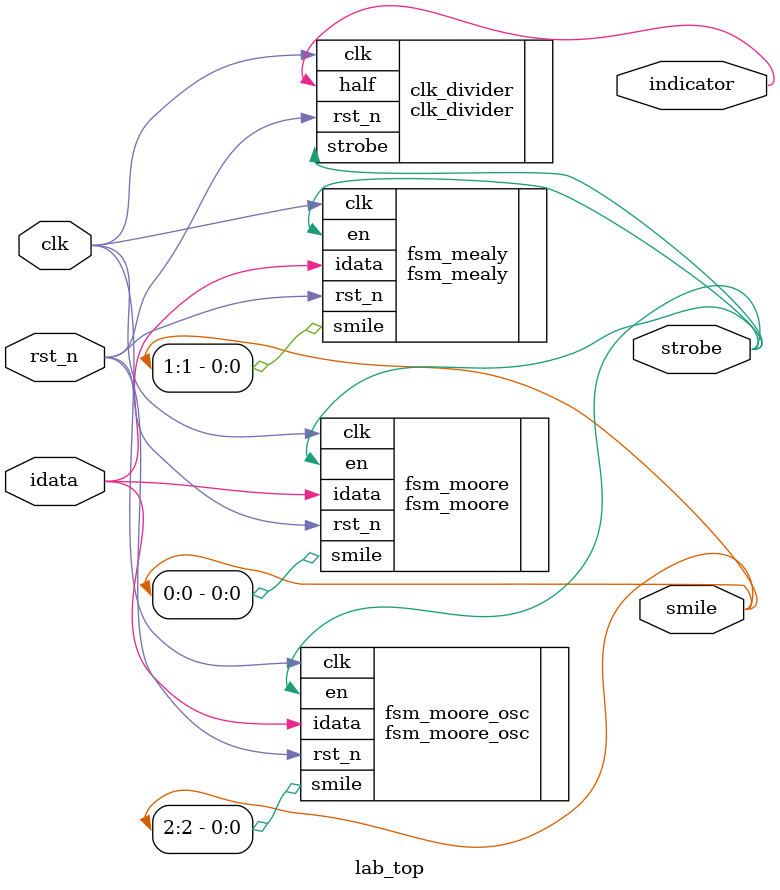
<source format=v>

module lab_top
#(
    parameter CLK_DIV  = 24
)(
    input        clk,
    input        rst_n,
    input        idata,
    output [2:0] smile,
    output       indicator,
    output       strobe
);
    clk_divider #(CLK_DIV) clk_divider
    (
        .clk    ( clk       ),
        .rst_n  ( rst_n     ),
        .strobe ( strobe    ),
        .half   ( indicator )
    );

    fsm_moore fsm_moore
    (
        .clk    ( clk       ),
        .rst_n  ( rst_n     ),
        .en     ( strobe    ),
        .idata  ( idata     ),
        .smile  ( smile [0] )
    );

    fsm_mealy fsm_mealy
    (
        .clk    ( clk       ),
        .rst_n  ( rst_n     ),
        .en     ( strobe    ),
        .idata  ( idata     ),
        .smile  ( smile [1] )
    );

    fsm_moore_osc fsm_moore_osc
    (
        .clk    ( clk       ),
        .rst_n  ( rst_n     ),
        .en     ( strobe    ),
        .idata  ( idata     ),
        .smile  ( smile [2] )
    );

endmodule

</source>
